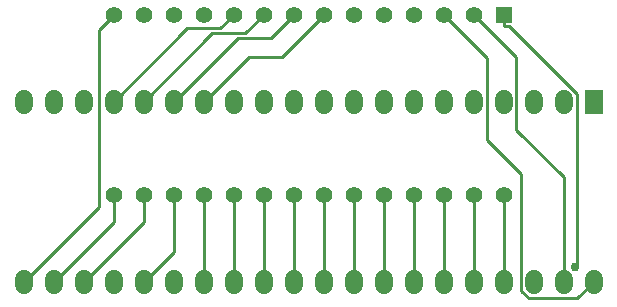
<source format=gbl>
G04 Layer: BottomLayer*
G04 EasyEDA v6.4.19.5, 2021-04-22T06:46:41+01:00*
G04 125c642ea7bf4c30bcee29ea33573556,70d0fae58ee04a8b949032da60bbe542,10*
G04 Gerber Generator version 0.2*
G04 Scale: 100 percent, Rotated: No, Reflected: No *
G04 Dimensions in inches *
G04 leading zeros omitted , absolute positions ,3 integer and 6 decimal *
%FSLAX36Y36*%
%MOIN*%

%ADD10C,0.0100*%
%ADD11C,0.0300*%
%ADD12R,0.0550X0.0550*%
%ADD13C,0.0550*%
%ADD14R,0.0591X0.0787*%
%ADD15C,0.0600*%
%ADD16C,0.0591*%

%LPD*%
D10*
X605000Y-420000D02*
G01*
X605000Y-130000D01*
X505000Y-420000D02*
G01*
X505000Y-130000D01*
X405000Y-420000D02*
G01*
X405000Y-130000D01*
X305000Y-420000D02*
G01*
X305000Y-130000D01*
X205000Y-420000D02*
G01*
X205000Y-130000D01*
X105000Y-420000D02*
G01*
X105000Y-130000D01*
X5000Y-420000D02*
G01*
X5000Y-130000D01*
X-95000Y-420000D02*
G01*
X-95000Y-130000D01*
X-195000Y-420000D02*
G01*
X-195000Y-130000D01*
X-295000Y-420000D02*
G01*
X-295000Y-130000D01*
X-395000Y-420000D02*
G01*
X-395000Y-130000D01*
X-595000Y-420000D02*
G01*
X-495000Y-320000D01*
X-495000Y-130000D01*
X-795000Y-420000D02*
G01*
X-595000Y-220000D01*
X-595000Y-130000D01*
X-895000Y-420000D02*
G01*
X-695000Y-220000D01*
X-695000Y-130000D01*
X-995000Y-420000D02*
G01*
X-745000Y-170000D01*
X-745000Y420000D01*
X-695000Y470000D01*
X-695000Y180000D02*
G01*
X-449902Y425100D01*
X-339902Y425100D01*
X-295000Y470000D01*
X-595000Y180000D02*
G01*
X-366000Y408998D01*
X-256000Y408998D01*
X-195000Y470000D01*
X-495000Y180000D02*
G01*
X-282100Y392800D01*
X-172100Y392800D01*
X-95000Y470000D01*
X-395000Y180000D02*
G01*
X-243599Y331298D01*
X-133599Y331298D01*
X5000Y470000D01*
X905000Y-420000D02*
G01*
X850801Y-474198D01*
X688500Y-474198D01*
X663900Y-449600D01*
X663900Y-61799D01*
X550298Y51799D01*
X550298Y324699D01*
X405000Y470000D01*
X805000Y-420000D02*
G01*
X805000Y-70100D01*
X646899Y88000D01*
X646899Y328101D01*
X505000Y470000D01*
X605000Y431399D02*
G01*
X624301Y431399D01*
X848397Y207300D01*
X848397Y-363600D01*
X842500Y-369499D01*
X605000Y470000D02*
G01*
X605000Y431399D01*
D12*
G01*
X605000Y470000D03*
D13*
G01*
X505000Y470000D03*
G01*
X405000Y470000D03*
G01*
X305000Y470000D03*
G01*
X205000Y470000D03*
G01*
X105000Y470000D03*
G01*
X5000Y470000D03*
G01*
X-95000Y470000D03*
G01*
X-195000Y470000D03*
G01*
X-295000Y470000D03*
G01*
X-395000Y470000D03*
G01*
X-495000Y470000D03*
G01*
X-595000Y470000D03*
G01*
X-695000Y470000D03*
G01*
X-695000Y-130000D03*
G01*
X-595000Y-130000D03*
G01*
X-495000Y-130000D03*
G01*
X-395000Y-130000D03*
G01*
X-295000Y-130000D03*
G01*
X-195000Y-130000D03*
G01*
X-95000Y-130000D03*
G01*
X5000Y-130000D03*
G01*
X105000Y-130000D03*
G01*
X205000Y-130000D03*
G01*
X305000Y-130000D03*
G01*
X405000Y-130000D03*
G01*
X505000Y-130000D03*
G01*
X605000Y-130000D03*
D14*
G01*
X905000Y180000D03*
D11*
G01*
X842500Y-369499D03*
D15*
X-895000Y170630D02*
G01*
X-895000Y189369D01*
X-695000Y170630D02*
G01*
X-695000Y189369D01*
X-795000Y170630D02*
G01*
X-795000Y189369D01*
X-295000Y170630D02*
G01*
X-295000Y189369D01*
D16*
X105000Y189843D02*
G01*
X105000Y170156D01*
X205000Y189843D02*
G01*
X205000Y170156D01*
X305000Y189843D02*
G01*
X305000Y170156D01*
X405000Y189843D02*
G01*
X405000Y170156D01*
X505000Y189843D02*
G01*
X505000Y170156D01*
X605000Y189843D02*
G01*
X605000Y170156D01*
X705000Y189843D02*
G01*
X705000Y170156D01*
X805000Y189843D02*
G01*
X805000Y170156D01*
D15*
X5000Y189369D02*
G01*
X5000Y170630D01*
X-195000Y189369D02*
G01*
X-195000Y170630D01*
D16*
X-95000Y189843D02*
G01*
X-95000Y170156D01*
D15*
X-395000Y189369D02*
G01*
X-395000Y170630D01*
X-595000Y170630D02*
G01*
X-595000Y189369D01*
X-495000Y170630D02*
G01*
X-495000Y189369D01*
X-995000Y170630D02*
G01*
X-995000Y189369D01*
X805000Y-410630D02*
G01*
X805000Y-429369D01*
X905000Y-410630D02*
G01*
X905000Y-429369D01*
X705000Y-410630D02*
G01*
X705000Y-429369D01*
X605000Y-410630D02*
G01*
X605000Y-429369D01*
X-595000Y-410630D02*
G01*
X-595000Y-429369D01*
X-495000Y-410630D02*
G01*
X-495000Y-429369D01*
X-395000Y-410630D02*
G01*
X-395000Y-429369D01*
X-295000Y-410630D02*
G01*
X-295000Y-429369D01*
X-695000Y-410630D02*
G01*
X-695000Y-429369D01*
X-795000Y-410630D02*
G01*
X-795000Y-429369D01*
X-895000Y-410630D02*
G01*
X-895000Y-429369D01*
X-995000Y-410630D02*
G01*
X-995000Y-429369D01*
X105000Y-410630D02*
G01*
X105000Y-429369D01*
X5000Y-410630D02*
G01*
X5000Y-429369D01*
X-95000Y-410630D02*
G01*
X-95000Y-429369D01*
X-195000Y-410630D02*
G01*
X-195000Y-429369D01*
X205000Y-410630D02*
G01*
X205000Y-429369D01*
X305000Y-410630D02*
G01*
X305000Y-429369D01*
X405000Y-410630D02*
G01*
X405000Y-429369D01*
X505000Y-410630D02*
G01*
X505000Y-429369D01*
M02*

</source>
